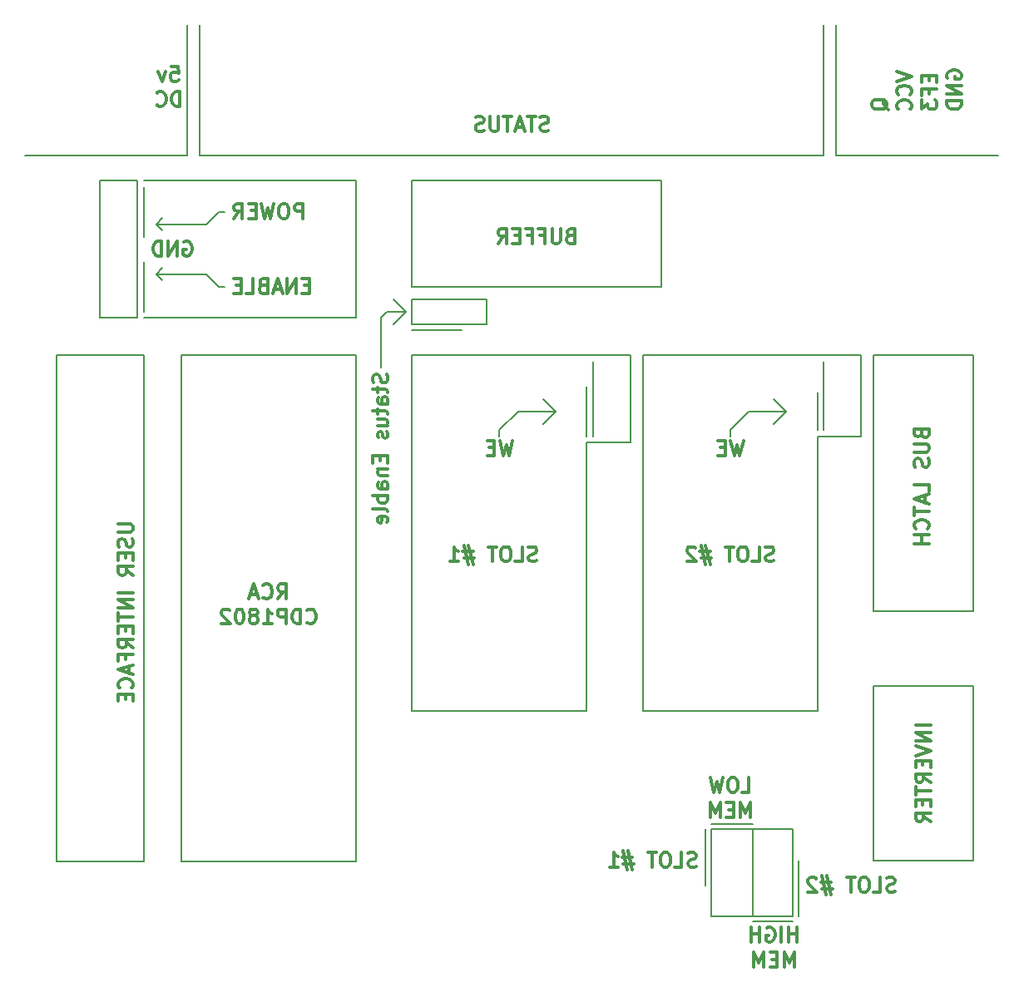
<source format=gbo>
G04 #@! TF.FileFunction,Legend,Bot*
%FSLAX46Y46*%
G04 Gerber Fmt 4.6, Leading zero omitted, Abs format (unit mm)*
G04 Created by KiCad (PCBNEW 4.0.7) date 08/07/18 23:13:56*
%MOMM*%
%LPD*%
G01*
G04 APERTURE LIST*
%ADD10C,0.100000*%
%ADD11C,0.300000*%
%ADD12C,0.200000*%
G04 APERTURE END LIST*
D10*
D11*
X192297857Y-53435715D02*
X192297857Y-53935715D01*
X193083571Y-54150001D02*
X193083571Y-53435715D01*
X191583571Y-53435715D01*
X191583571Y-54150001D01*
X192297857Y-55292858D02*
X192297857Y-54792858D01*
X193083571Y-54792858D02*
X191583571Y-54792858D01*
X191583571Y-55507144D01*
X191583571Y-55935715D02*
X191583571Y-56864286D01*
X192155000Y-56364286D01*
X192155000Y-56578572D01*
X192226429Y-56721429D01*
X192297857Y-56792858D01*
X192440714Y-56864286D01*
X192797857Y-56864286D01*
X192940714Y-56792858D01*
X193012143Y-56721429D01*
X193083571Y-56578572D01*
X193083571Y-56150000D01*
X193012143Y-56007143D01*
X192940714Y-55935715D01*
X189043571Y-53007143D02*
X190543571Y-53507143D01*
X189043571Y-54007143D01*
X190400714Y-55364286D02*
X190472143Y-55292857D01*
X190543571Y-55078571D01*
X190543571Y-54935714D01*
X190472143Y-54721429D01*
X190329286Y-54578571D01*
X190186429Y-54507143D01*
X189900714Y-54435714D01*
X189686429Y-54435714D01*
X189400714Y-54507143D01*
X189257857Y-54578571D01*
X189115000Y-54721429D01*
X189043571Y-54935714D01*
X189043571Y-55078571D01*
X189115000Y-55292857D01*
X189186429Y-55364286D01*
X190400714Y-56864286D02*
X190472143Y-56792857D01*
X190543571Y-56578571D01*
X190543571Y-56435714D01*
X190472143Y-56221429D01*
X190329286Y-56078571D01*
X190186429Y-56007143D01*
X189900714Y-55935714D01*
X189686429Y-55935714D01*
X189400714Y-56007143D01*
X189257857Y-56078571D01*
X189115000Y-56221429D01*
X189043571Y-56435714D01*
X189043571Y-56578571D01*
X189115000Y-56792857D01*
X189186429Y-56864286D01*
X194195000Y-53721428D02*
X194123571Y-53578571D01*
X194123571Y-53364285D01*
X194195000Y-53150000D01*
X194337857Y-53007142D01*
X194480714Y-52935714D01*
X194766429Y-52864285D01*
X194980714Y-52864285D01*
X195266429Y-52935714D01*
X195409286Y-53007142D01*
X195552143Y-53150000D01*
X195623571Y-53364285D01*
X195623571Y-53507142D01*
X195552143Y-53721428D01*
X195480714Y-53792857D01*
X194980714Y-53792857D01*
X194980714Y-53507142D01*
X195623571Y-54435714D02*
X194123571Y-54435714D01*
X195623571Y-55292857D01*
X194123571Y-55292857D01*
X195623571Y-56007143D02*
X194123571Y-56007143D01*
X194123571Y-56364286D01*
X194195000Y-56578571D01*
X194337857Y-56721429D01*
X194480714Y-56792857D01*
X194766429Y-56864286D01*
X194980714Y-56864286D01*
X195266429Y-56792857D01*
X195409286Y-56721429D01*
X195552143Y-56578571D01*
X195623571Y-56364286D01*
X195623571Y-56007143D01*
X188146429Y-56935714D02*
X188075000Y-56792857D01*
X187932143Y-56650000D01*
X187717857Y-56435714D01*
X187646429Y-56292857D01*
X187646429Y-56150000D01*
X188003571Y-56221428D02*
X187932143Y-56078571D01*
X187789286Y-55935714D01*
X187503571Y-55864285D01*
X187003571Y-55864285D01*
X186717857Y-55935714D01*
X186575000Y-56078571D01*
X186503571Y-56221428D01*
X186503571Y-56507142D01*
X186575000Y-56650000D01*
X186717857Y-56792857D01*
X187003571Y-56864285D01*
X187503571Y-56864285D01*
X187789286Y-56792857D01*
X187932143Y-56650000D01*
X188003571Y-56507142D01*
X188003571Y-56221428D01*
X115149285Y-52513571D02*
X115863571Y-52513571D01*
X115935000Y-53227857D01*
X115863571Y-53156429D01*
X115720714Y-53085000D01*
X115363571Y-53085000D01*
X115220714Y-53156429D01*
X115149285Y-53227857D01*
X115077857Y-53370714D01*
X115077857Y-53727857D01*
X115149285Y-53870714D01*
X115220714Y-53942143D01*
X115363571Y-54013571D01*
X115720714Y-54013571D01*
X115863571Y-53942143D01*
X115935000Y-53870714D01*
X114577857Y-53013571D02*
X114220714Y-54013571D01*
X113863572Y-53013571D01*
X116077857Y-56563571D02*
X116077857Y-55063571D01*
X115720714Y-55063571D01*
X115506429Y-55135000D01*
X115363571Y-55277857D01*
X115292143Y-55420714D01*
X115220714Y-55706429D01*
X115220714Y-55920714D01*
X115292143Y-56206429D01*
X115363571Y-56349286D01*
X115506429Y-56492143D01*
X115720714Y-56563571D01*
X116077857Y-56563571D01*
X113720714Y-56420714D02*
X113792143Y-56492143D01*
X114006429Y-56563571D01*
X114149286Y-56563571D01*
X114363571Y-56492143D01*
X114506429Y-56349286D01*
X114577857Y-56206429D01*
X114649286Y-55920714D01*
X114649286Y-55706429D01*
X114577857Y-55420714D01*
X114506429Y-55277857D01*
X114363571Y-55135000D01*
X114149286Y-55063571D01*
X114006429Y-55063571D01*
X113792143Y-55135000D01*
X113720714Y-55206429D01*
D12*
X116840000Y-61595000D02*
X100330000Y-61595000D01*
X116840000Y-48260000D02*
X116840000Y-61595000D01*
X191770000Y-61595000D02*
X199390000Y-61595000D01*
X191770000Y-61595000D02*
X182880000Y-61595000D01*
X182880000Y-61595000D02*
X182880000Y-48260000D01*
X157480000Y-118110000D02*
X157480000Y-90805000D01*
X139700000Y-118110000D02*
X157480000Y-118110000D01*
X139700000Y-81915000D02*
X139700000Y-118110000D01*
X163195000Y-118110000D02*
X180975000Y-118110000D01*
X163195000Y-81915000D02*
X163195000Y-118110000D01*
X180975000Y-118110000D02*
X180975000Y-90170000D01*
X137160000Y-77470000D02*
X136525000Y-78105000D01*
X139065000Y-77470000D02*
X137160000Y-77470000D01*
X139065000Y-77470000D02*
X137795000Y-78740000D01*
X139065000Y-77470000D02*
X137795000Y-76200000D01*
X139700000Y-79375000D02*
X144780000Y-79375000D01*
X139700000Y-78740000D02*
X139700000Y-76200000D01*
X147320000Y-78740000D02*
X139700000Y-78740000D01*
X147320000Y-76200000D02*
X147320000Y-78740000D01*
X139700000Y-76200000D02*
X147320000Y-76200000D01*
X136525000Y-78105000D02*
X136525000Y-83185000D01*
D11*
X137132143Y-83868571D02*
X137203571Y-84082857D01*
X137203571Y-84440000D01*
X137132143Y-84582857D01*
X137060714Y-84654286D01*
X136917857Y-84725714D01*
X136775000Y-84725714D01*
X136632143Y-84654286D01*
X136560714Y-84582857D01*
X136489286Y-84440000D01*
X136417857Y-84154286D01*
X136346429Y-84011428D01*
X136275000Y-83940000D01*
X136132143Y-83868571D01*
X135989286Y-83868571D01*
X135846429Y-83940000D01*
X135775000Y-84011428D01*
X135703571Y-84154286D01*
X135703571Y-84511428D01*
X135775000Y-84725714D01*
X136203571Y-85154285D02*
X136203571Y-85725714D01*
X135703571Y-85368571D02*
X136989286Y-85368571D01*
X137132143Y-85439999D01*
X137203571Y-85582857D01*
X137203571Y-85725714D01*
X137203571Y-86868571D02*
X136417857Y-86868571D01*
X136275000Y-86797142D01*
X136203571Y-86654285D01*
X136203571Y-86368571D01*
X136275000Y-86225714D01*
X137132143Y-86868571D02*
X137203571Y-86725714D01*
X137203571Y-86368571D01*
X137132143Y-86225714D01*
X136989286Y-86154285D01*
X136846429Y-86154285D01*
X136703571Y-86225714D01*
X136632143Y-86368571D01*
X136632143Y-86725714D01*
X136560714Y-86868571D01*
X136203571Y-87368571D02*
X136203571Y-87940000D01*
X135703571Y-87582857D02*
X136989286Y-87582857D01*
X137132143Y-87654285D01*
X137203571Y-87797143D01*
X137203571Y-87940000D01*
X136203571Y-89082857D02*
X137203571Y-89082857D01*
X136203571Y-88440000D02*
X136989286Y-88440000D01*
X137132143Y-88511428D01*
X137203571Y-88654286D01*
X137203571Y-88868571D01*
X137132143Y-89011428D01*
X137060714Y-89082857D01*
X137132143Y-89725714D02*
X137203571Y-89868571D01*
X137203571Y-90154286D01*
X137132143Y-90297143D01*
X136989286Y-90368571D01*
X136917857Y-90368571D01*
X136775000Y-90297143D01*
X136703571Y-90154286D01*
X136703571Y-89940000D01*
X136632143Y-89797143D01*
X136489286Y-89725714D01*
X136417857Y-89725714D01*
X136275000Y-89797143D01*
X136203571Y-89940000D01*
X136203571Y-90154286D01*
X136275000Y-90297143D01*
X136417857Y-92154286D02*
X136417857Y-92654286D01*
X137203571Y-92868572D02*
X137203571Y-92154286D01*
X135703571Y-92154286D01*
X135703571Y-92868572D01*
X136203571Y-93511429D02*
X137203571Y-93511429D01*
X136346429Y-93511429D02*
X136275000Y-93582857D01*
X136203571Y-93725715D01*
X136203571Y-93940000D01*
X136275000Y-94082857D01*
X136417857Y-94154286D01*
X137203571Y-94154286D01*
X137203571Y-95511429D02*
X136417857Y-95511429D01*
X136275000Y-95440000D01*
X136203571Y-95297143D01*
X136203571Y-95011429D01*
X136275000Y-94868572D01*
X137132143Y-95511429D02*
X137203571Y-95368572D01*
X137203571Y-95011429D01*
X137132143Y-94868572D01*
X136989286Y-94797143D01*
X136846429Y-94797143D01*
X136703571Y-94868572D01*
X136632143Y-95011429D01*
X136632143Y-95368572D01*
X136560714Y-95511429D01*
X137203571Y-96225715D02*
X135703571Y-96225715D01*
X136275000Y-96225715D02*
X136203571Y-96368572D01*
X136203571Y-96654286D01*
X136275000Y-96797143D01*
X136346429Y-96868572D01*
X136489286Y-96940001D01*
X136917857Y-96940001D01*
X137060714Y-96868572D01*
X137132143Y-96797143D01*
X137203571Y-96654286D01*
X137203571Y-96368572D01*
X137132143Y-96225715D01*
X137203571Y-97797144D02*
X137132143Y-97654286D01*
X136989286Y-97582858D01*
X135703571Y-97582858D01*
X137132143Y-98940000D02*
X137203571Y-98797143D01*
X137203571Y-98511429D01*
X137132143Y-98368572D01*
X136989286Y-98297143D01*
X136417857Y-98297143D01*
X136275000Y-98368572D01*
X136203571Y-98511429D01*
X136203571Y-98797143D01*
X136275000Y-98940000D01*
X136417857Y-99011429D01*
X136560714Y-99011429D01*
X136703571Y-98297143D01*
D12*
X112395000Y-81915000D02*
X108585000Y-81915000D01*
X112395000Y-133477000D02*
X112395000Y-81915000D01*
X108585000Y-133477000D02*
X112395000Y-133477000D01*
X103505000Y-133477000D02*
X103505000Y-133223000D01*
X108585000Y-133477000D02*
X103505000Y-133477000D01*
X133985000Y-133477000D02*
X133985000Y-133223000D01*
X116205000Y-133477000D02*
X133985000Y-133477000D01*
X116205000Y-133223000D02*
X116205000Y-133477000D01*
D11*
X109795571Y-99077000D02*
X111009857Y-99077000D01*
X111152714Y-99148428D01*
X111224143Y-99219857D01*
X111295571Y-99362714D01*
X111295571Y-99648428D01*
X111224143Y-99791286D01*
X111152714Y-99862714D01*
X111009857Y-99934143D01*
X109795571Y-99934143D01*
X111224143Y-100577000D02*
X111295571Y-100791286D01*
X111295571Y-101148429D01*
X111224143Y-101291286D01*
X111152714Y-101362715D01*
X111009857Y-101434143D01*
X110867000Y-101434143D01*
X110724143Y-101362715D01*
X110652714Y-101291286D01*
X110581286Y-101148429D01*
X110509857Y-100862715D01*
X110438429Y-100719857D01*
X110367000Y-100648429D01*
X110224143Y-100577000D01*
X110081286Y-100577000D01*
X109938429Y-100648429D01*
X109867000Y-100719857D01*
X109795571Y-100862715D01*
X109795571Y-101219857D01*
X109867000Y-101434143D01*
X110509857Y-102077000D02*
X110509857Y-102577000D01*
X111295571Y-102791286D02*
X111295571Y-102077000D01*
X109795571Y-102077000D01*
X109795571Y-102791286D01*
X111295571Y-104291286D02*
X110581286Y-103791286D01*
X111295571Y-103434143D02*
X109795571Y-103434143D01*
X109795571Y-104005571D01*
X109867000Y-104148429D01*
X109938429Y-104219857D01*
X110081286Y-104291286D01*
X110295571Y-104291286D01*
X110438429Y-104219857D01*
X110509857Y-104148429D01*
X110581286Y-104005571D01*
X110581286Y-103434143D01*
X111295571Y-106077000D02*
X109795571Y-106077000D01*
X111295571Y-106791286D02*
X109795571Y-106791286D01*
X111295571Y-107648429D01*
X109795571Y-107648429D01*
X109795571Y-108148429D02*
X109795571Y-109005572D01*
X111295571Y-108577001D02*
X109795571Y-108577001D01*
X110509857Y-109505572D02*
X110509857Y-110005572D01*
X111295571Y-110219858D02*
X111295571Y-109505572D01*
X109795571Y-109505572D01*
X109795571Y-110219858D01*
X111295571Y-111719858D02*
X110581286Y-111219858D01*
X111295571Y-110862715D02*
X109795571Y-110862715D01*
X109795571Y-111434143D01*
X109867000Y-111577001D01*
X109938429Y-111648429D01*
X110081286Y-111719858D01*
X110295571Y-111719858D01*
X110438429Y-111648429D01*
X110509857Y-111577001D01*
X110581286Y-111434143D01*
X110581286Y-110862715D01*
X110509857Y-112862715D02*
X110509857Y-112362715D01*
X111295571Y-112362715D02*
X109795571Y-112362715D01*
X109795571Y-113077001D01*
X110867000Y-113577000D02*
X110867000Y-114291286D01*
X111295571Y-113434143D02*
X109795571Y-113934143D01*
X111295571Y-114434143D01*
X111152714Y-115791286D02*
X111224143Y-115719857D01*
X111295571Y-115505571D01*
X111295571Y-115362714D01*
X111224143Y-115148429D01*
X111081286Y-115005571D01*
X110938429Y-114934143D01*
X110652714Y-114862714D01*
X110438429Y-114862714D01*
X110152714Y-114934143D01*
X110009857Y-115005571D01*
X109867000Y-115148429D01*
X109795571Y-115362714D01*
X109795571Y-115505571D01*
X109867000Y-115719857D01*
X109938429Y-115791286D01*
X110509857Y-116434143D02*
X110509857Y-116934143D01*
X111295571Y-117148429D02*
X111295571Y-116434143D01*
X109795571Y-116434143D01*
X109795571Y-117148429D01*
D12*
X103505000Y-81915000D02*
X103505000Y-133350000D01*
X108585000Y-81915000D02*
X103505000Y-81915000D01*
D11*
X153574285Y-59027143D02*
X153359999Y-59098571D01*
X153002856Y-59098571D01*
X152859999Y-59027143D01*
X152788570Y-58955714D01*
X152717142Y-58812857D01*
X152717142Y-58670000D01*
X152788570Y-58527143D01*
X152859999Y-58455714D01*
X153002856Y-58384286D01*
X153288570Y-58312857D01*
X153431428Y-58241429D01*
X153502856Y-58170000D01*
X153574285Y-58027143D01*
X153574285Y-57884286D01*
X153502856Y-57741429D01*
X153431428Y-57670000D01*
X153288570Y-57598571D01*
X152931428Y-57598571D01*
X152717142Y-57670000D01*
X152288571Y-57598571D02*
X151431428Y-57598571D01*
X151859999Y-59098571D02*
X151859999Y-57598571D01*
X151002857Y-58670000D02*
X150288571Y-58670000D01*
X151145714Y-59098571D02*
X150645714Y-57598571D01*
X150145714Y-59098571D01*
X149860000Y-57598571D02*
X149002857Y-57598571D01*
X149431428Y-59098571D02*
X149431428Y-57598571D01*
X148502857Y-57598571D02*
X148502857Y-58812857D01*
X148431429Y-58955714D01*
X148360000Y-59027143D01*
X148217143Y-59098571D01*
X147931429Y-59098571D01*
X147788571Y-59027143D01*
X147717143Y-58955714D01*
X147645714Y-58812857D01*
X147645714Y-57598571D01*
X147002857Y-59027143D02*
X146788571Y-59098571D01*
X146431428Y-59098571D01*
X146288571Y-59027143D01*
X146217142Y-58955714D01*
X146145714Y-58812857D01*
X146145714Y-58670000D01*
X146217142Y-58527143D01*
X146288571Y-58455714D01*
X146431428Y-58384286D01*
X146717142Y-58312857D01*
X146860000Y-58241429D01*
X146931428Y-58170000D01*
X147002857Y-58027143D01*
X147002857Y-57884286D01*
X146931428Y-57741429D01*
X146860000Y-57670000D01*
X146717142Y-57598571D01*
X146360000Y-57598571D01*
X146145714Y-57670000D01*
D12*
X181610000Y-61595000D02*
X181610000Y-48260000D01*
X118110000Y-61595000D02*
X181610000Y-61595000D01*
X118110000Y-48260000D02*
X118110000Y-61595000D01*
D11*
X155792857Y-69742857D02*
X155578571Y-69814286D01*
X155507143Y-69885714D01*
X155435714Y-70028571D01*
X155435714Y-70242857D01*
X155507143Y-70385714D01*
X155578571Y-70457143D01*
X155721429Y-70528571D01*
X156292857Y-70528571D01*
X156292857Y-69028571D01*
X155792857Y-69028571D01*
X155650000Y-69100000D01*
X155578571Y-69171429D01*
X155507143Y-69314286D01*
X155507143Y-69457143D01*
X155578571Y-69600000D01*
X155650000Y-69671429D01*
X155792857Y-69742857D01*
X156292857Y-69742857D01*
X154792857Y-69028571D02*
X154792857Y-70242857D01*
X154721429Y-70385714D01*
X154650000Y-70457143D01*
X154507143Y-70528571D01*
X154221429Y-70528571D01*
X154078571Y-70457143D01*
X154007143Y-70385714D01*
X153935714Y-70242857D01*
X153935714Y-69028571D01*
X152721428Y-69742857D02*
X153221428Y-69742857D01*
X153221428Y-70528571D02*
X153221428Y-69028571D01*
X152507142Y-69028571D01*
X151435714Y-69742857D02*
X151935714Y-69742857D01*
X151935714Y-70528571D02*
X151935714Y-69028571D01*
X151221428Y-69028571D01*
X150650000Y-69742857D02*
X150150000Y-69742857D01*
X149935714Y-70528571D02*
X150650000Y-70528571D01*
X150650000Y-69028571D01*
X149935714Y-69028571D01*
X148435714Y-70528571D02*
X148935714Y-69814286D01*
X149292857Y-70528571D02*
X149292857Y-69028571D01*
X148721429Y-69028571D01*
X148578571Y-69100000D01*
X148507143Y-69171429D01*
X148435714Y-69314286D01*
X148435714Y-69528571D01*
X148507143Y-69671429D01*
X148578571Y-69742857D01*
X148721429Y-69814286D01*
X149292857Y-69814286D01*
X191535857Y-89928572D02*
X191607286Y-90142858D01*
X191678714Y-90214286D01*
X191821571Y-90285715D01*
X192035857Y-90285715D01*
X192178714Y-90214286D01*
X192250143Y-90142858D01*
X192321571Y-90000000D01*
X192321571Y-89428572D01*
X190821571Y-89428572D01*
X190821571Y-89928572D01*
X190893000Y-90071429D01*
X190964429Y-90142858D01*
X191107286Y-90214286D01*
X191250143Y-90214286D01*
X191393000Y-90142858D01*
X191464429Y-90071429D01*
X191535857Y-89928572D01*
X191535857Y-89428572D01*
X190821571Y-90928572D02*
X192035857Y-90928572D01*
X192178714Y-91000000D01*
X192250143Y-91071429D01*
X192321571Y-91214286D01*
X192321571Y-91500000D01*
X192250143Y-91642858D01*
X192178714Y-91714286D01*
X192035857Y-91785715D01*
X190821571Y-91785715D01*
X192250143Y-92428572D02*
X192321571Y-92642858D01*
X192321571Y-93000001D01*
X192250143Y-93142858D01*
X192178714Y-93214287D01*
X192035857Y-93285715D01*
X191893000Y-93285715D01*
X191750143Y-93214287D01*
X191678714Y-93142858D01*
X191607286Y-93000001D01*
X191535857Y-92714287D01*
X191464429Y-92571429D01*
X191393000Y-92500001D01*
X191250143Y-92428572D01*
X191107286Y-92428572D01*
X190964429Y-92500001D01*
X190893000Y-92571429D01*
X190821571Y-92714287D01*
X190821571Y-93071429D01*
X190893000Y-93285715D01*
X192321571Y-95785715D02*
X192321571Y-95071429D01*
X190821571Y-95071429D01*
X191893000Y-96214286D02*
X191893000Y-96928572D01*
X192321571Y-96071429D02*
X190821571Y-96571429D01*
X192321571Y-97071429D01*
X190821571Y-97357143D02*
X190821571Y-98214286D01*
X192321571Y-97785715D02*
X190821571Y-97785715D01*
X192178714Y-99571429D02*
X192250143Y-99500000D01*
X192321571Y-99285714D01*
X192321571Y-99142857D01*
X192250143Y-98928572D01*
X192107286Y-98785714D01*
X191964429Y-98714286D01*
X191678714Y-98642857D01*
X191464429Y-98642857D01*
X191178714Y-98714286D01*
X191035857Y-98785714D01*
X190893000Y-98928572D01*
X190821571Y-99142857D01*
X190821571Y-99285714D01*
X190893000Y-99500000D01*
X190964429Y-99571429D01*
X192321571Y-100214286D02*
X190821571Y-100214286D01*
X191535857Y-100214286D02*
X191535857Y-101071429D01*
X192321571Y-101071429D02*
X190821571Y-101071429D01*
X192448571Y-119602857D02*
X190948571Y-119602857D01*
X192448571Y-120317143D02*
X190948571Y-120317143D01*
X192448571Y-121174286D01*
X190948571Y-121174286D01*
X190948571Y-121674286D02*
X192448571Y-122174286D01*
X190948571Y-122674286D01*
X191662857Y-123174286D02*
X191662857Y-123674286D01*
X192448571Y-123888572D02*
X192448571Y-123174286D01*
X190948571Y-123174286D01*
X190948571Y-123888572D01*
X192448571Y-125388572D02*
X191734286Y-124888572D01*
X192448571Y-124531429D02*
X190948571Y-124531429D01*
X190948571Y-125102857D01*
X191020000Y-125245715D01*
X191091429Y-125317143D01*
X191234286Y-125388572D01*
X191448571Y-125388572D01*
X191591429Y-125317143D01*
X191662857Y-125245715D01*
X191734286Y-125102857D01*
X191734286Y-124531429D01*
X190948571Y-125817143D02*
X190948571Y-126674286D01*
X192448571Y-126245715D02*
X190948571Y-126245715D01*
X191662857Y-127174286D02*
X191662857Y-127674286D01*
X192448571Y-127888572D02*
X192448571Y-127174286D01*
X190948571Y-127174286D01*
X190948571Y-127888572D01*
X192448571Y-129388572D02*
X191734286Y-128888572D01*
X192448571Y-128531429D02*
X190948571Y-128531429D01*
X190948571Y-129102857D01*
X191020000Y-129245715D01*
X191091429Y-129317143D01*
X191234286Y-129388572D01*
X191448571Y-129388572D01*
X191591429Y-129317143D01*
X191662857Y-129245715D01*
X191734286Y-129102857D01*
X191734286Y-128531429D01*
D12*
X139700000Y-74930000D02*
X139700000Y-64135000D01*
X165100000Y-74930000D02*
X139700000Y-74930000D01*
X165100000Y-64135000D02*
X165100000Y-74930000D01*
X139700000Y-64135000D02*
X165100000Y-64135000D01*
X186690000Y-133350000D02*
X186690000Y-115570000D01*
X196850000Y-133350000D02*
X186690000Y-133350000D01*
X196850000Y-115570000D02*
X196850000Y-133350000D01*
X186690000Y-115570000D02*
X196850000Y-115570000D01*
X186690000Y-107950000D02*
X186690000Y-81915000D01*
X196850000Y-107950000D02*
X186690000Y-107950000D01*
X196850000Y-81915000D02*
X196850000Y-107950000D01*
X186690000Y-81915000D02*
X196850000Y-81915000D01*
D11*
X126023571Y-106718571D02*
X126523571Y-106004286D01*
X126880714Y-106718571D02*
X126880714Y-105218571D01*
X126309286Y-105218571D01*
X126166428Y-105290000D01*
X126095000Y-105361429D01*
X126023571Y-105504286D01*
X126023571Y-105718571D01*
X126095000Y-105861429D01*
X126166428Y-105932857D01*
X126309286Y-106004286D01*
X126880714Y-106004286D01*
X124523571Y-106575714D02*
X124595000Y-106647143D01*
X124809286Y-106718571D01*
X124952143Y-106718571D01*
X125166428Y-106647143D01*
X125309286Y-106504286D01*
X125380714Y-106361429D01*
X125452143Y-106075714D01*
X125452143Y-105861429D01*
X125380714Y-105575714D01*
X125309286Y-105432857D01*
X125166428Y-105290000D01*
X124952143Y-105218571D01*
X124809286Y-105218571D01*
X124595000Y-105290000D01*
X124523571Y-105361429D01*
X123952143Y-106290000D02*
X123237857Y-106290000D01*
X124095000Y-106718571D02*
X123595000Y-105218571D01*
X123095000Y-106718571D01*
X128987856Y-109125714D02*
X129059285Y-109197143D01*
X129273571Y-109268571D01*
X129416428Y-109268571D01*
X129630713Y-109197143D01*
X129773571Y-109054286D01*
X129844999Y-108911429D01*
X129916428Y-108625714D01*
X129916428Y-108411429D01*
X129844999Y-108125714D01*
X129773571Y-107982857D01*
X129630713Y-107840000D01*
X129416428Y-107768571D01*
X129273571Y-107768571D01*
X129059285Y-107840000D01*
X128987856Y-107911429D01*
X128344999Y-109268571D02*
X128344999Y-107768571D01*
X127987856Y-107768571D01*
X127773571Y-107840000D01*
X127630713Y-107982857D01*
X127559285Y-108125714D01*
X127487856Y-108411429D01*
X127487856Y-108625714D01*
X127559285Y-108911429D01*
X127630713Y-109054286D01*
X127773571Y-109197143D01*
X127987856Y-109268571D01*
X128344999Y-109268571D01*
X126844999Y-109268571D02*
X126844999Y-107768571D01*
X126273571Y-107768571D01*
X126130713Y-107840000D01*
X126059285Y-107911429D01*
X125987856Y-108054286D01*
X125987856Y-108268571D01*
X126059285Y-108411429D01*
X126130713Y-108482857D01*
X126273571Y-108554286D01*
X126844999Y-108554286D01*
X124559285Y-109268571D02*
X125416428Y-109268571D01*
X124987856Y-109268571D02*
X124987856Y-107768571D01*
X125130713Y-107982857D01*
X125273571Y-108125714D01*
X125416428Y-108197143D01*
X123702142Y-108411429D02*
X123845000Y-108340000D01*
X123916428Y-108268571D01*
X123987857Y-108125714D01*
X123987857Y-108054286D01*
X123916428Y-107911429D01*
X123845000Y-107840000D01*
X123702142Y-107768571D01*
X123416428Y-107768571D01*
X123273571Y-107840000D01*
X123202142Y-107911429D01*
X123130714Y-108054286D01*
X123130714Y-108125714D01*
X123202142Y-108268571D01*
X123273571Y-108340000D01*
X123416428Y-108411429D01*
X123702142Y-108411429D01*
X123845000Y-108482857D01*
X123916428Y-108554286D01*
X123987857Y-108697143D01*
X123987857Y-108982857D01*
X123916428Y-109125714D01*
X123845000Y-109197143D01*
X123702142Y-109268571D01*
X123416428Y-109268571D01*
X123273571Y-109197143D01*
X123202142Y-109125714D01*
X123130714Y-108982857D01*
X123130714Y-108697143D01*
X123202142Y-108554286D01*
X123273571Y-108482857D01*
X123416428Y-108411429D01*
X122202143Y-107768571D02*
X122059286Y-107768571D01*
X121916429Y-107840000D01*
X121845000Y-107911429D01*
X121773571Y-108054286D01*
X121702143Y-108340000D01*
X121702143Y-108697143D01*
X121773571Y-108982857D01*
X121845000Y-109125714D01*
X121916429Y-109197143D01*
X122059286Y-109268571D01*
X122202143Y-109268571D01*
X122345000Y-109197143D01*
X122416429Y-109125714D01*
X122487857Y-108982857D01*
X122559286Y-108697143D01*
X122559286Y-108340000D01*
X122487857Y-108054286D01*
X122416429Y-107911429D01*
X122345000Y-107840000D01*
X122202143Y-107768571D01*
X121130715Y-107911429D02*
X121059286Y-107840000D01*
X120916429Y-107768571D01*
X120559286Y-107768571D01*
X120416429Y-107840000D01*
X120345000Y-107911429D01*
X120273572Y-108054286D01*
X120273572Y-108197143D01*
X120345000Y-108411429D01*
X121202143Y-109268571D01*
X120273572Y-109268571D01*
D12*
X133985000Y-81915000D02*
X116205000Y-81915000D01*
X133985000Y-133223000D02*
X133985000Y-81915000D01*
X116205000Y-81915000D02*
X116205000Y-133223000D01*
D11*
X116458572Y-70370000D02*
X116601429Y-70298571D01*
X116815715Y-70298571D01*
X117030000Y-70370000D01*
X117172858Y-70512857D01*
X117244286Y-70655714D01*
X117315715Y-70941429D01*
X117315715Y-71155714D01*
X117244286Y-71441429D01*
X117172858Y-71584286D01*
X117030000Y-71727143D01*
X116815715Y-71798571D01*
X116672858Y-71798571D01*
X116458572Y-71727143D01*
X116387143Y-71655714D01*
X116387143Y-71155714D01*
X116672858Y-71155714D01*
X115744286Y-71798571D02*
X115744286Y-70298571D01*
X114887143Y-71798571D01*
X114887143Y-70298571D01*
X114172857Y-71798571D02*
X114172857Y-70298571D01*
X113815714Y-70298571D01*
X113601429Y-70370000D01*
X113458571Y-70512857D01*
X113387143Y-70655714D01*
X113315714Y-70941429D01*
X113315714Y-71155714D01*
X113387143Y-71441429D01*
X113458571Y-71584286D01*
X113601429Y-71727143D01*
X113815714Y-71798571D01*
X114172857Y-71798571D01*
D12*
X120015000Y-74930000D02*
X120650000Y-74930000D01*
X118745000Y-73660000D02*
X120015000Y-74930000D01*
X113665000Y-73660000D02*
X118745000Y-73660000D01*
X113665000Y-73660000D02*
X114300000Y-74295000D01*
X113665000Y-73660000D02*
X114300000Y-73025000D01*
X120015000Y-67310000D02*
X120650000Y-67310000D01*
X118745000Y-68580000D02*
X120015000Y-67310000D01*
X113665000Y-68580000D02*
X118745000Y-68580000D01*
X113665000Y-68580000D02*
X114300000Y-69215000D01*
X114300000Y-67945000D02*
X113665000Y-68580000D01*
X133985000Y-64135000D02*
X112395000Y-64135000D01*
X133985000Y-78105000D02*
X133985000Y-64135000D01*
X112395000Y-78105000D02*
X133985000Y-78105000D01*
D11*
X129213572Y-74822857D02*
X128713572Y-74822857D01*
X128499286Y-75608571D02*
X129213572Y-75608571D01*
X129213572Y-74108571D01*
X128499286Y-74108571D01*
X127856429Y-75608571D02*
X127856429Y-74108571D01*
X126999286Y-75608571D01*
X126999286Y-74108571D01*
X126356429Y-75180000D02*
X125642143Y-75180000D01*
X126499286Y-75608571D02*
X125999286Y-74108571D01*
X125499286Y-75608571D01*
X124499286Y-74822857D02*
X124285000Y-74894286D01*
X124213572Y-74965714D01*
X124142143Y-75108571D01*
X124142143Y-75322857D01*
X124213572Y-75465714D01*
X124285000Y-75537143D01*
X124427858Y-75608571D01*
X124999286Y-75608571D01*
X124999286Y-74108571D01*
X124499286Y-74108571D01*
X124356429Y-74180000D01*
X124285000Y-74251429D01*
X124213572Y-74394286D01*
X124213572Y-74537143D01*
X124285000Y-74680000D01*
X124356429Y-74751429D01*
X124499286Y-74822857D01*
X124999286Y-74822857D01*
X122785000Y-75608571D02*
X123499286Y-75608571D01*
X123499286Y-74108571D01*
X122285000Y-74822857D02*
X121785000Y-74822857D01*
X121570714Y-75608571D02*
X122285000Y-75608571D01*
X122285000Y-74108571D01*
X121570714Y-74108571D01*
X128570715Y-67988571D02*
X128570715Y-66488571D01*
X127999287Y-66488571D01*
X127856429Y-66560000D01*
X127785001Y-66631429D01*
X127713572Y-66774286D01*
X127713572Y-66988571D01*
X127785001Y-67131429D01*
X127856429Y-67202857D01*
X127999287Y-67274286D01*
X128570715Y-67274286D01*
X126785001Y-66488571D02*
X126499287Y-66488571D01*
X126356429Y-66560000D01*
X126213572Y-66702857D01*
X126142144Y-66988571D01*
X126142144Y-67488571D01*
X126213572Y-67774286D01*
X126356429Y-67917143D01*
X126499287Y-67988571D01*
X126785001Y-67988571D01*
X126927858Y-67917143D01*
X127070715Y-67774286D01*
X127142144Y-67488571D01*
X127142144Y-66988571D01*
X127070715Y-66702857D01*
X126927858Y-66560000D01*
X126785001Y-66488571D01*
X125642143Y-66488571D02*
X125285000Y-67988571D01*
X124999286Y-66917143D01*
X124713572Y-67988571D01*
X124356429Y-66488571D01*
X123785000Y-67202857D02*
X123285000Y-67202857D01*
X123070714Y-67988571D02*
X123785000Y-67988571D01*
X123785000Y-66488571D01*
X123070714Y-66488571D01*
X121570714Y-67988571D02*
X122070714Y-67274286D01*
X122427857Y-67988571D02*
X122427857Y-66488571D01*
X121856429Y-66488571D01*
X121713571Y-66560000D01*
X121642143Y-66631429D01*
X121570714Y-66774286D01*
X121570714Y-66988571D01*
X121642143Y-67131429D01*
X121713571Y-67202857D01*
X121856429Y-67274286D01*
X122427857Y-67274286D01*
D12*
X112395000Y-77470000D02*
X112395000Y-72390000D01*
X112395000Y-64770000D02*
X112395000Y-69850000D01*
X172085000Y-89535000D02*
X172085000Y-90170000D01*
X148590000Y-89535000D02*
X148590000Y-90170000D01*
X107950000Y-78105000D02*
X107950000Y-64135000D01*
X111760000Y-78105000D02*
X107950000Y-78105000D01*
X111760000Y-64135000D02*
X111760000Y-78105000D01*
X107950000Y-64135000D02*
X111760000Y-64135000D01*
X174371000Y-129667000D02*
X170180000Y-129667000D01*
X174371000Y-139573000D02*
X178435000Y-139573000D01*
D11*
X178851429Y-141643571D02*
X178851429Y-140143571D01*
X178851429Y-140857857D02*
X177994286Y-140857857D01*
X177994286Y-141643571D02*
X177994286Y-140143571D01*
X177280000Y-141643571D02*
X177280000Y-140143571D01*
X175780000Y-140215000D02*
X175922857Y-140143571D01*
X176137143Y-140143571D01*
X176351428Y-140215000D01*
X176494286Y-140357857D01*
X176565714Y-140500714D01*
X176637143Y-140786429D01*
X176637143Y-141000714D01*
X176565714Y-141286429D01*
X176494286Y-141429286D01*
X176351428Y-141572143D01*
X176137143Y-141643571D01*
X175994286Y-141643571D01*
X175780000Y-141572143D01*
X175708571Y-141500714D01*
X175708571Y-141000714D01*
X175994286Y-141000714D01*
X175065714Y-141643571D02*
X175065714Y-140143571D01*
X175065714Y-140857857D02*
X174208571Y-140857857D01*
X174208571Y-141643571D02*
X174208571Y-140143571D01*
X178565714Y-144193571D02*
X178565714Y-142693571D01*
X178065714Y-143765000D01*
X177565714Y-142693571D01*
X177565714Y-144193571D01*
X176851428Y-143407857D02*
X176351428Y-143407857D01*
X176137142Y-144193571D02*
X176851428Y-144193571D01*
X176851428Y-142693571D01*
X176137142Y-142693571D01*
X175494285Y-144193571D02*
X175494285Y-142693571D01*
X174994285Y-143765000D01*
X174494285Y-142693571D01*
X174494285Y-144193571D01*
X173263571Y-126403571D02*
X173977857Y-126403571D01*
X173977857Y-124903571D01*
X172477857Y-124903571D02*
X172192143Y-124903571D01*
X172049285Y-124975000D01*
X171906428Y-125117857D01*
X171835000Y-125403571D01*
X171835000Y-125903571D01*
X171906428Y-126189286D01*
X172049285Y-126332143D01*
X172192143Y-126403571D01*
X172477857Y-126403571D01*
X172620714Y-126332143D01*
X172763571Y-126189286D01*
X172835000Y-125903571D01*
X172835000Y-125403571D01*
X172763571Y-125117857D01*
X172620714Y-124975000D01*
X172477857Y-124903571D01*
X171334999Y-124903571D02*
X170977856Y-126403571D01*
X170692142Y-125332143D01*
X170406428Y-126403571D01*
X170049285Y-124903571D01*
X174120714Y-128953571D02*
X174120714Y-127453571D01*
X173620714Y-128525000D01*
X173120714Y-127453571D01*
X173120714Y-128953571D01*
X172406428Y-128167857D02*
X171906428Y-128167857D01*
X171692142Y-128953571D02*
X172406428Y-128953571D01*
X172406428Y-127453571D01*
X171692142Y-127453571D01*
X171049285Y-128953571D02*
X171049285Y-127453571D01*
X170549285Y-128525000D01*
X170049285Y-127453571D01*
X170049285Y-128953571D01*
X168624286Y-133957143D02*
X168410000Y-134028571D01*
X168052857Y-134028571D01*
X167910000Y-133957143D01*
X167838571Y-133885714D01*
X167767143Y-133742857D01*
X167767143Y-133600000D01*
X167838571Y-133457143D01*
X167910000Y-133385714D01*
X168052857Y-133314286D01*
X168338571Y-133242857D01*
X168481429Y-133171429D01*
X168552857Y-133100000D01*
X168624286Y-132957143D01*
X168624286Y-132814286D01*
X168552857Y-132671429D01*
X168481429Y-132600000D01*
X168338571Y-132528571D01*
X167981429Y-132528571D01*
X167767143Y-132600000D01*
X166410000Y-134028571D02*
X167124286Y-134028571D01*
X167124286Y-132528571D01*
X165624286Y-132528571D02*
X165338572Y-132528571D01*
X165195714Y-132600000D01*
X165052857Y-132742857D01*
X164981429Y-133028571D01*
X164981429Y-133528571D01*
X165052857Y-133814286D01*
X165195714Y-133957143D01*
X165338572Y-134028571D01*
X165624286Y-134028571D01*
X165767143Y-133957143D01*
X165910000Y-133814286D01*
X165981429Y-133528571D01*
X165981429Y-133028571D01*
X165910000Y-132742857D01*
X165767143Y-132600000D01*
X165624286Y-132528571D01*
X164552857Y-132528571D02*
X163695714Y-132528571D01*
X164124285Y-134028571D02*
X164124285Y-132528571D01*
X162124286Y-133028571D02*
X161052857Y-133028571D01*
X161695714Y-132385714D02*
X162124286Y-134314286D01*
X161195714Y-133671429D02*
X162267143Y-133671429D01*
X161624286Y-134314286D02*
X161195714Y-132385714D01*
X159767143Y-134028571D02*
X160624286Y-134028571D01*
X160195714Y-134028571D02*
X160195714Y-132528571D01*
X160338571Y-132742857D01*
X160481429Y-132885714D01*
X160624286Y-132957143D01*
X188847857Y-136497143D02*
X188633571Y-136568571D01*
X188276428Y-136568571D01*
X188133571Y-136497143D01*
X188062142Y-136425714D01*
X187990714Y-136282857D01*
X187990714Y-136140000D01*
X188062142Y-135997143D01*
X188133571Y-135925714D01*
X188276428Y-135854286D01*
X188562142Y-135782857D01*
X188705000Y-135711429D01*
X188776428Y-135640000D01*
X188847857Y-135497143D01*
X188847857Y-135354286D01*
X188776428Y-135211429D01*
X188705000Y-135140000D01*
X188562142Y-135068571D01*
X188205000Y-135068571D01*
X187990714Y-135140000D01*
X186633571Y-136568571D02*
X187347857Y-136568571D01*
X187347857Y-135068571D01*
X185847857Y-135068571D02*
X185562143Y-135068571D01*
X185419285Y-135140000D01*
X185276428Y-135282857D01*
X185205000Y-135568571D01*
X185205000Y-136068571D01*
X185276428Y-136354286D01*
X185419285Y-136497143D01*
X185562143Y-136568571D01*
X185847857Y-136568571D01*
X185990714Y-136497143D01*
X186133571Y-136354286D01*
X186205000Y-136068571D01*
X186205000Y-135568571D01*
X186133571Y-135282857D01*
X185990714Y-135140000D01*
X185847857Y-135068571D01*
X184776428Y-135068571D02*
X183919285Y-135068571D01*
X184347856Y-136568571D02*
X184347856Y-135068571D01*
X182347857Y-135568571D02*
X181276428Y-135568571D01*
X181919285Y-134925714D02*
X182347857Y-136854286D01*
X181419285Y-136211429D02*
X182490714Y-136211429D01*
X181847857Y-136854286D02*
X181419285Y-134925714D01*
X180847857Y-135211429D02*
X180776428Y-135140000D01*
X180633571Y-135068571D01*
X180276428Y-135068571D01*
X180133571Y-135140000D01*
X180062142Y-135211429D01*
X179990714Y-135354286D01*
X179990714Y-135497143D01*
X180062142Y-135711429D01*
X180919285Y-136568571D01*
X179990714Y-136568571D01*
D12*
X169545000Y-130175000D02*
X169545000Y-135890000D01*
X179070000Y-133350000D02*
X179070000Y-139065000D01*
X174371000Y-130175000D02*
X174371000Y-139065000D01*
X170180000Y-130175000D02*
X170180000Y-139065000D01*
X178435000Y-130175000D02*
X170180000Y-130175000D01*
X178435000Y-139065000D02*
X178435000Y-130175000D01*
X170180000Y-139065000D02*
X178435000Y-139065000D01*
X157480000Y-85090000D02*
X157480000Y-90170000D01*
X180975000Y-85725000D02*
X180975000Y-89535000D01*
D11*
X173406428Y-90618571D02*
X173049285Y-92118571D01*
X172763571Y-91047143D01*
X172477857Y-92118571D01*
X172120714Y-90618571D01*
X171549285Y-91332857D02*
X171049285Y-91332857D01*
X170834999Y-92118571D02*
X171549285Y-92118571D01*
X171549285Y-90618571D01*
X170834999Y-90618571D01*
X149911428Y-90618571D02*
X149554285Y-92118571D01*
X149268571Y-91047143D01*
X148982857Y-92118571D01*
X148625714Y-90618571D01*
X148054285Y-91332857D02*
X147554285Y-91332857D01*
X147339999Y-92118571D02*
X148054285Y-92118571D01*
X148054285Y-90618571D01*
X147339999Y-90618571D01*
D12*
X173990000Y-87630000D02*
X172085000Y-89535000D01*
X177800000Y-87630000D02*
X173990000Y-87630000D01*
X177800000Y-87630000D02*
X176530000Y-88900000D01*
X177800000Y-87630000D02*
X176530000Y-86360000D01*
X154305000Y-87630000D02*
X153035000Y-88900000D01*
X154305000Y-87630000D02*
X153035000Y-86360000D01*
X150495000Y-87630000D02*
X148590000Y-89535000D01*
X154305000Y-87630000D02*
X150495000Y-87630000D01*
X181610000Y-82550000D02*
X181610000Y-89535000D01*
X158115000Y-82550000D02*
X158115000Y-90170000D01*
D11*
X176513571Y-102842143D02*
X176299285Y-102913571D01*
X175942142Y-102913571D01*
X175799285Y-102842143D01*
X175727856Y-102770714D01*
X175656428Y-102627857D01*
X175656428Y-102485000D01*
X175727856Y-102342143D01*
X175799285Y-102270714D01*
X175942142Y-102199286D01*
X176227856Y-102127857D01*
X176370714Y-102056429D01*
X176442142Y-101985000D01*
X176513571Y-101842143D01*
X176513571Y-101699286D01*
X176442142Y-101556429D01*
X176370714Y-101485000D01*
X176227856Y-101413571D01*
X175870714Y-101413571D01*
X175656428Y-101485000D01*
X174299285Y-102913571D02*
X175013571Y-102913571D01*
X175013571Y-101413571D01*
X173513571Y-101413571D02*
X173227857Y-101413571D01*
X173084999Y-101485000D01*
X172942142Y-101627857D01*
X172870714Y-101913571D01*
X172870714Y-102413571D01*
X172942142Y-102699286D01*
X173084999Y-102842143D01*
X173227857Y-102913571D01*
X173513571Y-102913571D01*
X173656428Y-102842143D01*
X173799285Y-102699286D01*
X173870714Y-102413571D01*
X173870714Y-101913571D01*
X173799285Y-101627857D01*
X173656428Y-101485000D01*
X173513571Y-101413571D01*
X172442142Y-101413571D02*
X171584999Y-101413571D01*
X172013570Y-102913571D02*
X172013570Y-101413571D01*
X170013571Y-101913571D02*
X168942142Y-101913571D01*
X169584999Y-101270714D02*
X170013571Y-103199286D01*
X169084999Y-102556429D02*
X170156428Y-102556429D01*
X169513571Y-103199286D02*
X169084999Y-101270714D01*
X168513571Y-101556429D02*
X168442142Y-101485000D01*
X168299285Y-101413571D01*
X167942142Y-101413571D01*
X167799285Y-101485000D01*
X167727856Y-101556429D01*
X167656428Y-101699286D01*
X167656428Y-101842143D01*
X167727856Y-102056429D01*
X168584999Y-102913571D01*
X167656428Y-102913571D01*
X152383571Y-102842143D02*
X152169285Y-102913571D01*
X151812142Y-102913571D01*
X151669285Y-102842143D01*
X151597856Y-102770714D01*
X151526428Y-102627857D01*
X151526428Y-102485000D01*
X151597856Y-102342143D01*
X151669285Y-102270714D01*
X151812142Y-102199286D01*
X152097856Y-102127857D01*
X152240714Y-102056429D01*
X152312142Y-101985000D01*
X152383571Y-101842143D01*
X152383571Y-101699286D01*
X152312142Y-101556429D01*
X152240714Y-101485000D01*
X152097856Y-101413571D01*
X151740714Y-101413571D01*
X151526428Y-101485000D01*
X150169285Y-102913571D02*
X150883571Y-102913571D01*
X150883571Y-101413571D01*
X149383571Y-101413571D02*
X149097857Y-101413571D01*
X148954999Y-101485000D01*
X148812142Y-101627857D01*
X148740714Y-101913571D01*
X148740714Y-102413571D01*
X148812142Y-102699286D01*
X148954999Y-102842143D01*
X149097857Y-102913571D01*
X149383571Y-102913571D01*
X149526428Y-102842143D01*
X149669285Y-102699286D01*
X149740714Y-102413571D01*
X149740714Y-101913571D01*
X149669285Y-101627857D01*
X149526428Y-101485000D01*
X149383571Y-101413571D01*
X148312142Y-101413571D02*
X147454999Y-101413571D01*
X147883570Y-102913571D02*
X147883570Y-101413571D01*
X145883571Y-101913571D02*
X144812142Y-101913571D01*
X145454999Y-101270714D02*
X145883571Y-103199286D01*
X144954999Y-102556429D02*
X146026428Y-102556429D01*
X145383571Y-103199286D02*
X144954999Y-101270714D01*
X143526428Y-102913571D02*
X144383571Y-102913571D01*
X143954999Y-102913571D02*
X143954999Y-101413571D01*
X144097856Y-101627857D01*
X144240714Y-101770714D01*
X144383571Y-101842143D01*
D12*
X185420000Y-81915000D02*
X163195000Y-81915000D01*
X185420000Y-90170000D02*
X185420000Y-81915000D01*
X180975000Y-90170000D02*
X185420000Y-90170000D01*
X161925000Y-81915000D02*
X139700000Y-81915000D01*
X161925000Y-90805000D02*
X161925000Y-81915000D01*
X157480000Y-90805000D02*
X161925000Y-90805000D01*
M02*

</source>
